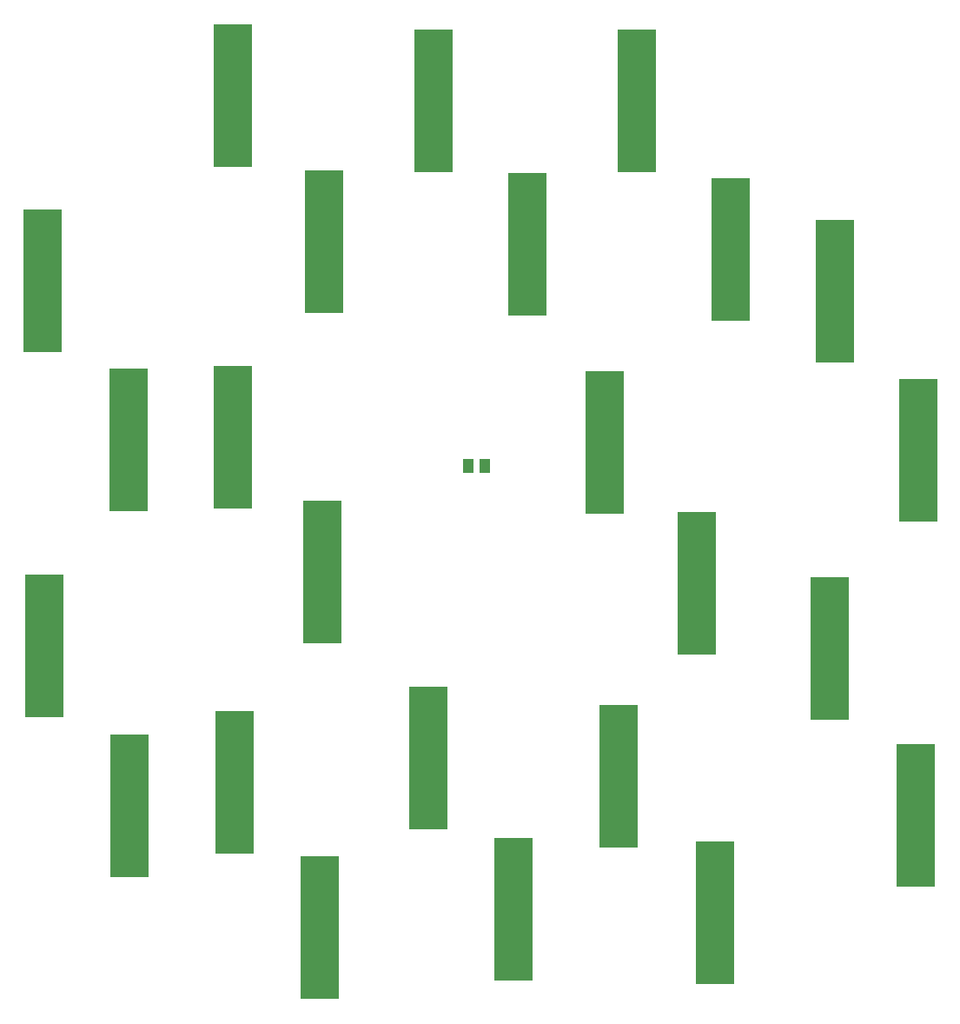
<source format=gtp>
G75*
%MOIN*%
%OFA0B0*%
%FSLAX25Y25*%
%IPPOS*%
%LPD*%
%AMOC8*
5,1,8,0,0,1.08239X$1,22.5*
%
%ADD10R,0.15000X0.55000*%
%ADD11R,0.03937X0.05709*%
D10*
X0063400Y0086700D03*
X0103900Y0095800D03*
X0136500Y0040000D03*
X0178100Y0105000D03*
X0210900Y0047300D03*
X0251100Y0098000D03*
X0288100Y0045800D03*
X0365100Y0083000D03*
X0332100Y0147000D03*
X0281100Y0172000D03*
X0245800Y0226200D03*
X0216100Y0302000D03*
X0180100Y0357000D03*
X0138100Y0303000D03*
X0103100Y0359000D03*
X0030100Y0288000D03*
X0063100Y0227000D03*
X0103100Y0228000D03*
X0137500Y0176600D03*
X0030900Y0148100D03*
X0258100Y0357000D03*
X0294100Y0300000D03*
X0334100Y0284000D03*
X0366100Y0223000D03*
D11*
X0199792Y0217175D03*
X0193335Y0217175D03*
M02*

</source>
